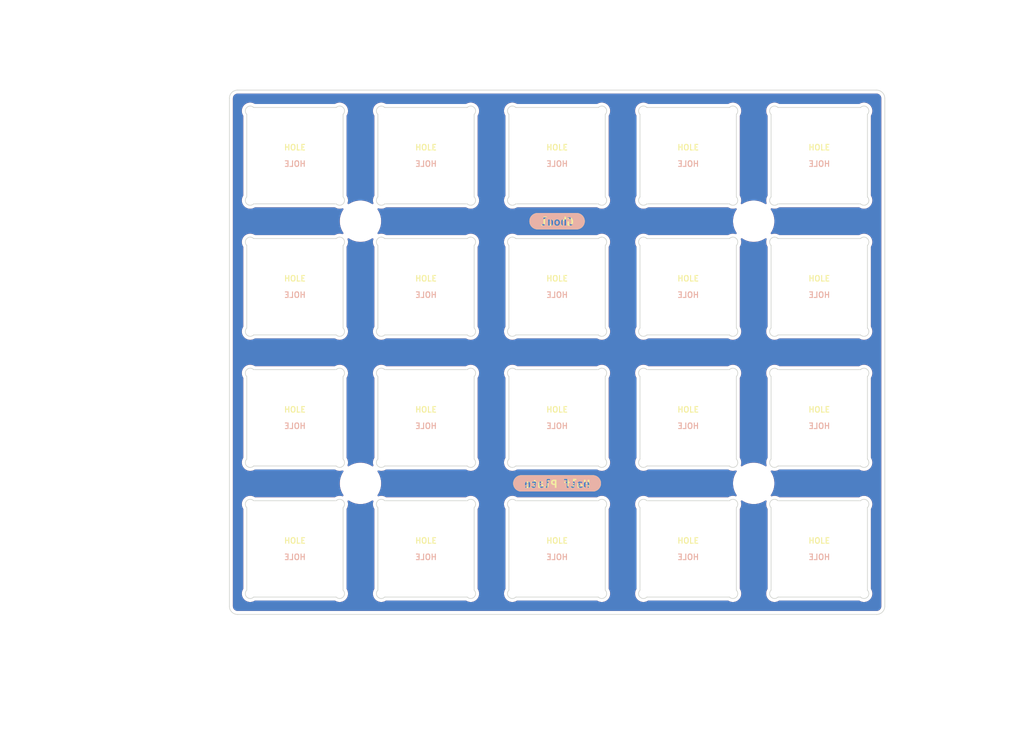
<source format=kicad_pcb>
(kicad_pcb (version 20211014) (generator pcbnew)
  (layers (0 "F.Cu" signal) (31 "B.Cu" signal) (34 "B.Paste" user) (35 "F.Paste" user) (36 "B.SilkS" user "B.Silkscreen") (37 "F.SilkS" user "F.Silkscreen") (38 "B.Mask" user) (39 "F.Mask" user) (44 "Edge.Cuts" user))
  (net 0 "")
  (footprint "Ghoul:Drill_5mm" (layer "F.Cu") (at 83.34375 52.3875)
    (fp_text reference "H21")
    (fp_text value "Screw")
    (pad "" np_thru_hole circle (at 0 0) (size 5 5) (drill 5) (layers F&B.Cu *.Mask))
  )
  (footprint "Ghoul:MX-1U-PlateCutout" (layer "F.Cu") (at 73.81875 100.0125)
    (fp_text reference "H16")
    (fp_text value "MX Switch")
    (fp_text user "HOLE" (at 0 1.19063) (layer "B.SilkS") (effects (font (size 0.8128 0.8128) (thickness 0.1524)) (justify mirror)))
    (fp_text user "HOLE" (at 0 -1.19063) (layer "F.SilkS") (effects (font (size 0.8128 0.8128) (thickness 0.1524))))
    (fp_line (start -6 -7) (end 6 -7) (layer "Edge.Cuts") (width 0.1))
    (fp_line (start 7 -6) (end 7 6) (layer "Edge.Cuts") (width 0.1))
    (fp_line (start 6 7) (end -6 7) (layer "Edge.Cuts") (width 0.1))
    (fp_line (start -7 6) (end -7 -6) (layer "Edge.Cuts") (width 0.1))
    (fp_arc (start 7 6) (mid 7 7) (end 6 7) (layer "Edge.Cuts") (width 0.1))
    (fp_arc (start -6 7) (mid -7 7) (end -7 6) (layer "Edge.Cuts") (width 0.1))
    (fp_arc (start -7 -6) (mid -7 -7) (end -6 -7) (layer "Edge.Cuts") (width 0.1))
    (fp_arc (start 6 -7) (mid 7 -7) (end 7 -6) (layer "Edge.Cuts") (width 0.1))
  )
  (footprint "kibuzzard-6236A85F" (layer "F.Cu") (at 111.918844 52.387544)
    (fp_text reference "kibuzzard-6236A85F" hide)
    (fp_text value "G***" hide)
    (fp_poly (pts (xy -2.3241 -1.186048) (xy -1.916906 -0.547449) (xy -1.81356 -0.557213) (xy -1.690688 -0.546735) (xy -1.59639 -0.522922) (xy -1.530668 -0.494348) (xy -1.491615 -0.471488) (xy -1.552575 -0.284798) (xy -1.655445 -0.332423) (xy -1.781175 -0.353378) (xy -1.922145 -0.322898) (xy -2.016443 -0.238125) (xy -2.069783 -0.108585) (xy -2.081927 -0.029289) (xy -2.085975 0.058103) (xy -2.078567 0.18669) (xy -2.056342 0.290513) (xy -2.0193 0.36957) (xy -1.936909 0.444579) (xy -1.823085 0.469583) (xy -1.777365 0.467678) (xy -1.731645 0.461963) (xy -1.731645 0.031433) (xy -1.49733 0.031433) (xy -1.30302 0.648653) (xy -1.30302 -0.633413) (xy -1.068705 -0.673418) (xy -1.068705 -0.239078) (xy -1.000125 -0.257175) (xy -0.92964 -0.265748) (xy -0.838676 -0.258366) (xy -0.763905 -0.23622) (xy -0.657225 -0.1524) (xy -0.600075 -0.02286) (xy -0.587216 0.056436) (xy -0.58293 0.143828) (xy -0.41529 0.199073) (xy -0.407432 0.098822) (xy -0.383858 0.00762) (xy -0.346234 -0.072866) (xy -0.296228 -0.14097) (xy -0.234553 -0.195739) (xy -0.161925 -0.23622) (xy -0.080486 -0.261223) (xy 0.00762 -0.269558) (xy 0.096917 -0.261223) (xy 0.178117 -0.23622) (xy 0.250031 -0.195739) (xy 0.311467 -0.14097) (xy 0.361235 -0.072866) (xy 0.398145 0.00762) (xy 0.421005 0.098822) (xy 0.428625 0.199073) (xy 0.421005 0.300752) (xy 0.398145 0.39243) (xy 0.361474 0.473154) (xy 0.31242 0.541973) (xy 0.251698 0.597694) (xy 0.180022 0.639128) (xy 0.77724 0.639128) (xy 0.665797 0.55245) (xy 0.6096 0.420053) (xy 0.59817 0.340043) (xy 0.59436 0.252412) (xy 0.59436 -0.246698) (xy 0.828675 -0.246698) (xy 0.828675 0.221933) (xy 0.836057 0.329803) (xy 0.858202 0.405765) (xy 0.973455 0.465773) (xy 1.080135 0.456248) (xy 1.080135 -0.246698) (xy 1.316355 -0.246698) (xy 1.316355 0.618173) (xy 1.244679 0.635318) (xy 1.159192 0.652463) (xy 1.921192 0.645557) (xy 1.82499 0.573405) (xy 1.769269 0.455057) (xy 1.750695 0.292418) (xy 1.750695 -0.467678) (xy 1.503045 -0.467678) (xy 1.503045 -0.661988) (xy 1.98501 -0.661988) (xy 1.98501 0.309563) (xy 2.021205 0.433388) (xy 2.112645 0.465773) (xy 2.230755 0.446723) (xy 2.29362 0.421958) (xy 2.3241 0.610553) (xy 2.298382 0.623888) (xy 2.245995 0.64389) (xy 2.166937 0.661988) (xy 2.06121 0.669608) (xy 1.921192 0.645557) (xy 1.159192 0.652463) (xy 1.062752 0.665321) (xy 0.958215 0.669608) (xy 0.857726 0.661988) (xy 0.77724 0.639128) (xy 0.180022 0.639128) (xy 0.098345 0.664845) (xy 0.00762 0.673418) (xy -0.083106 0.664845) (xy -0.164783 0.639128) (xy -0.236696 0.597694) (xy -0.298133 0.541973) (xy -0.347901 0.473154) (xy -0.38481 0.39243) (xy -0.40767 0.300752) (xy -0.41529 0.199073) (xy -0.58293 0.143828) (xy -0.58293 0.648653) (xy -0.817245 0.648653) (xy -0.817245 0.174308) (xy -0.824389 0.066199) (xy -0.84582 -0.006668) (xy -0.954405 -0.061913) (xy -1.018223 -0.054293) (xy -1.068705 -0.040958) (xy -1.068705 0.648653) (xy -1.30302 0.648653) (xy -1.49733 0.031433) (xy -1.49733 0.620078) (xy -1.627823 0.654368) (xy -1.725692 0.668655) (xy -1.842135 0.673418) (xy -1.947148 0.663654) (xy -2.041208 0.634365) (xy -2.123361 0.585788) (xy -2.192655 0.51816) (xy -2.248376 0.431483) (xy -2.28981 0.325755) (xy -2.315528 0.201216) (xy -2.3241 0.058103) (xy -2.314099 -0.083582) (xy -2.284095 -0.207645) (xy -2.236946 -0.313611) (xy -2.17551 -0.401003) (xy -2.100739 -0.469344) (xy -2.013585 -0.51816) (xy -1.916906 -0.547449) (xy -2.3241 -1.186048) (xy -2.83673 -1.186048) (xy -2.952983 -1.180337) (xy -3.068117 -1.163258) (xy -3.181022 -1.134977) (xy -3.290611 -1.095765) (xy -3.395829 -1.046001) (xy -3.495663 -0.986163) (xy -3.589151 -0.916827) (xy -3.675393 -0.838662) (xy -3.753557 -0.752421) (xy -3.822893 -0.658933) (xy -3.882731 -0.559099) (xy -3.932495 -0.453881) (xy -3.971707 -0.344291) (xy -3.999988 -0.231386) (xy -4.017067 -0.116253) (xy -4.022778 0) (xy -4.017067 0.116253) (xy -3.999988 0.231386) (xy -3.971707 0.344291) (xy -3.932495 0.453881) (xy -3.882731 0.559099) (xy -3.822893 0.658933) (xy -3.753557 0.752421) (xy -3.675393 0.838662) (xy -3.589151 0.916827) (xy -3.495663 0.986163) (xy -3.395829 1.046001) (xy -3.290611 1.095765) (xy -3.181022 1.134977) (xy -3.068117 1.163258) (xy -2.952983 1.180337) (xy -2.83673 1.186048) (xy -2.3241 1.186048) (xy 2.3241 1.186048) (xy 2.83673 1.186048) (xy 2.952983 1.180337) (xy 3.068116 1.163258) (xy 3.181022 1.134977) (xy 3.290611 1.095765) (xy 3.395829 1.046001) (xy 3.495663 0.986163) (xy 3.589151 0.916827) (xy 3.675392 0.838662) (xy 3.753557 0.752421) (xy 3.822893 0.658933) (xy 3.882731 0.559099) (xy 3.932495 0.453881) (xy 3.971707 0.344291) (xy 3.999988 0.231386) (xy 4.017067 0.116253) (xy 4.022778 0) (xy 4.017067 -0.116253) (xy 3.999988 -0.231386) (xy 3.971707 -0.344291) (xy 3.932495 -0.453881) (xy 3.882731 -0.559099) (xy 3.822893 -0.658933) (xy 3.753557 -0.752421) (xy 3.675392 -0.838662) (xy 3.589151 -0.916827) (xy 3.495663 -0.986163) (xy 3.395829 -1.046001) (xy 3.290611 -1.095765) (xy 3.181022 -1.134977) (xy 3.068116 -1.163258) (xy 2.952983 -1.180337) (xy 2.83673 -1.186048) (xy 2.3241 -1.186048) (xy -2.3241 -1.186048)) (layer "F.SilkS") (width 0) (fill solid))
    (fp_poly (pts (xy -0.177165 0.200978) (xy -0.16645 0.309563) (xy -0.134303 0.395288) (xy -0.078343 0.451009) (xy 0.00381 0.469583) (xy 0.084058 0.451009) (xy 0.141922 0.395288) (xy 0.176927 0.309563) (xy 0.188595 0.200978) (xy 0.177879 0.092631) (xy 0.145732 0.00762) (xy 0.089773 -0.047387) (xy 0.00762 -0.065723) (xy -0.072628 -0.047387) (xy -0.130493 0.00762) (xy -0.165497 0.092631) (xy -0.177165 0.200978)) (layer "F.SilkS") (width 0) (fill solid))
  )
  (footprint "Ghoul:MX-1U-PlateCutout" (layer "F.Cu") (at 73.81875 61.9125)
    (fp_text reference "H6")
    (fp_text value "MX Switch")
    (fp_text user "HOLE" (at 0 1.19063) (layer "B.SilkS") (effects (font (size 0.8128 0.8128) (thickness 0.1524)) (justify mirror)))
    (fp_text user "HOLE" (at 0 -1.19063) (layer "F.SilkS") (effects (font (size 0.8128 0.8128) (thickness 0.1524))))
    (fp_line (start 7 -6) (end 7 6) (layer "Edge.Cuts") (width 0.1))
    (fp_line (start -6 -7) (end 6 -7) (layer "Edge.Cuts") (width 0.1))
    (fp_line (start -7 6) (end -7 -6) (layer "Edge.Cuts") (width 0.1))
    (fp_line (start 6 7) (end -6 7) (layer "Edge.Cuts") (width 0.1))
    (fp_arc (start -6 7) (mid -7 7) (end -7 6) (layer "Edge.Cuts") (width 0.1))
    (fp_arc (start -7 -6) (mid -7 -7) (end -6 -7) (layer "Edge.Cuts") (width 0.1))
    (fp_arc (start 6 -7) (mid 7 -7) (end 7 -6) (layer "Edge.Cuts") (width 0.1))
    (fp_arc (start 7 6) (mid 7 7) (end 6 7) (layer "Edge.Cuts") (width 0.1))
  )
  (footprint "Ghoul:MX-1U-PlateCutout" (layer "F.Cu") (at 111.91875 100.0125)
    (fp_text reference "H18")
    (fp_text value "MX Switch")
    (fp_text user "HOLE" (at 0 1.19063) (layer "B.SilkS") (effects (font (size 0.8128 0.8128) (thickness 0.1524)) (justify mirror)))
    (fp_text user "HOLE" (at 0 -1.19063) (layer "F.SilkS") (effects (font (size 0.8128 0.8128) (thickness 0.1524))))
    (fp_line (start -7 6) (end -7 -6) (layer "Edge.Cuts") (width 0.1))
    (fp_line (start 7 -6) (end 7 6) (layer "Edge.Cuts") (width 0.1))
    (fp_line (start -6 -7) (end 6 -7) (layer "Edge.Cuts") (width 0.1))
    (fp_line (start 6 7) (end -6 7) (layer "Edge.Cuts") (width 0.1))
    (fp_arc (start -7 -6) (mid -7 -7) (end -6 -7) (layer "Edge.Cuts") (width 0.1))
    (fp_arc (start -6 7) (mid -7 7) (end -7 6) (layer "Edge.Cuts") (width 0.1))
    (fp_arc (start 7 6) (mid 7 7) (end 6 7) (layer "Edge.Cuts") (width 0.1))
    (fp_arc (start 6 -7) (mid 7 -7) (end 7 -6) (layer "Edge.Cuts") (width 0.1))
  )
  (footprint "Ghoul:MX-1U-PlateCutout" (layer "F.Cu") (at 111.91875 80.9625)
    (fp_text reference "H13")
    (fp_text value "MX Switch")
    (fp_text user "HOLE" (at 0 1.19063) (layer "B.SilkS") (effects (font (size 0.8128 0.8128) (thickness 0.1524)) (justify mirror)))
    (fp_text user "HOLE" (at 0 -1.19063) (layer "F.SilkS") (effects (font (size 0.8128 0.8128) (thickness 0.1524))))
    (fp_line (start 6 7) (end -6 7) (layer "Edge.Cuts") (width 0.1))
    (fp_line (start -6 -7) (end 6 -7) (layer "Edge.Cuts") (width 0.1))
    (fp_line (start 7 -6) (end 7 6) (layer "Edge.Cuts") (width 0.1))
    (fp_line (start -7 6) (end -7 -6) (layer "Edge.Cuts") (width 0.1))
    (fp_arc (start -7 -6) (mid -7 -7) (end -6 -7) (layer "Edge.Cuts") (width 0.1))
    (fp_arc (start 7 6) (mid 7 7) (end 6 7) (layer "Edge.Cuts") (width 0.1))
    (fp_arc (start -6 7) (mid -7 7) (end -7 6) (layer "Edge.Cuts") (width 0.1))
    (fp_arc (start 6 -7) (mid 7 -7) (end 7 -6) (layer "Edge.Cuts") (width 0.1))
  )
  (footprint "Ghoul:MX-1U-PlateCutout" (layer "F.Cu") (at 73.81875 80.9625)
    (fp_text reference "H11")
    (fp_text value "MX Switch")
    (fp_text user "HOLE" (at 0 1.19063) (layer "B.SilkS") (effects (font (size 0.8128 0.8128) (thickness 0.1524)) (justify mirror)))
    (fp_text user "HOLE" (at 0 -1.19063) (layer "F.SilkS") (effects (font (size 0.8128 0.8128) (thickness 0.1524))))
    (fp_line (start -6 -7) (end 6 -7) (layer "Edge.Cuts") (width 0.1))
    (fp_line (start 6 7) (end -6 7) (layer "Edge.Cuts") (width 0.1))
    (fp_line (start -7 6) (end -7 -6) (layer "Edge.Cuts") (width 0.1))
    (fp_line (start 7 -6) (end 7 6) (layer "Edge.Cuts") (width 0.1))
    (fp_arc (start -6 7) (mid -7 7) (end -7 6) (layer "Edge.Cuts") (width 0.1))
    (fp_arc (start 6 -7) (mid 7 -7) (end 7 -6) (layer "Edge.Cuts") (width 0.1))
    (fp_arc (start -7 -6) (mid -7 -7) (end -6 -7) (layer "Edge.Cuts") (width 0.1))
    (fp_arc (start 7 6) (mid 7 7) (end 6 7) (layer "Edge.Cuts") (width 0.1))
  )
  (footprint "Ghoul:MX-1U-PlateCutout" (layer "F.Cu") (at 130.96875 80.9625)
    (fp_text reference "H14")
    (fp_text value "MX Switch")
    (fp_text user "HOLE" (at 0 1.19063) (layer "B.SilkS") (effects (font (size 0.8128 0.8128) (thickness 0.1524)) (justify mirror)))
    (fp_text user "HOLE" (at 0 -1.19063) (layer "F.SilkS") (effects (font (size 0.8128 0.8128) (thickness 0.1524))))
    (fp_line (start 7 -6) (end 7 6) (layer "Edge.Cuts") (width 0.1))
    (fp_line (start -7 6) (end -7 -6) (layer "Edge.Cuts") (width 0.1))
    (fp_line (start 6 7) (end -6 7) (layer "Edge.Cuts") (width 0.1))
    (fp_line (start -6 -7) (end 6 -7) (layer "Edge.Cuts") (width 0.1))
    (fp_arc (start -6 7) (mid -7 7) (end -7 6) (layer "Edge.Cuts") (width 0.1))
    (fp_arc (start -7 -6) (mid -7 -7) (end -6 -7) (layer "Edge.Cuts") (width 0.1))
    (fp_arc (start 6 -7) (mid 7 -7) (end 7 -6) (layer "Edge.Cuts") (width 0.1))
    (fp_arc (start 7 6) (mid 7 7) (end 6 7) (layer "Edge.Cuts") (width 0.1))
  )
  (footprint "Ghoul:MX-1U-PlateCutout" (layer "F.Cu") (at 130.96875 42.8625)
    (fp_text reference "H4")
    (fp_text value "MX Switch")
    (fp_text user "HOLE" (at 0 1.19063) (layer "B.SilkS") (effects (font (size 0.8128 0.8128) (thickness 0.1524)) (justify mirror)))
    (fp_text user "HOLE" (at 0 -1.19063) (layer "F.SilkS") (effects (font (size 0.8128 0.8128) (thickness 0.1524))))
    (fp_line (start 6 7) (end -6 7) (layer "Edge.Cuts") (width 0.1))
    (fp_line (start 7 -6) (end 7 6) (layer "Edge.Cuts") (width 0.1))
    (fp_line (start -7 6) (end -7 -6) (layer "Edge.Cuts") (width 0.1))
    (fp_line (start -6 -7) (end 6 -7) (layer "Edge.Cuts") (width 0.1))
    (fp_arc (start 6 -7) (mid 7 -7) (end 7 -6) (layer "Edge.Cuts") (width 0.1))
    (fp_arc (start -6 7) (mid -7 7) (end -7 6) (layer "Edge.Cuts") (width 0.1))
    (fp_arc (start 7 6) (mid 7 7) (end 6 7) (layer "Edge.Cuts") (width 0.1))
    (fp_arc (start -7 -6) (mid -7 -7) (end -6 -7) (layer "Edge.Cuts") (width 0.1))
  )
  (footprint "Ghoul:MX-1U-PlateCutout" (layer "F.Cu") (at 73.81875 42.8625)
    (fp_text reference "H1")
    (fp_text value "MX Switch")
    (fp_text user "HOLE" (at 0 1.19063) (layer "B.SilkS") (effects (font (size 0.8128 0.8128) (thickness 0.1524)) (justify mirror)))
    (fp_text user "HOLE" (at 0 -1.19063) (layer "F.SilkS") (effects (font (size 0.8128 0.8128) (thickness 0.1524))))
    (fp_line (start 6 7) (end -6 7) (layer "Edge.Cuts") (width 0.1))
    (fp_line (start 7 -6) (end 7 6) (layer "Edge.Cuts") (width 0.1))
    (fp_line (start -6 -7) (end 6 -7) (layer "Edge.Cuts") (width 0.1))
    (fp_line (start -7 6) (end -7 -6) (layer "Edge.Cuts") (width 0.1))
    (fp_arc (start -6 7) (mid -7 7) (end -7 6) (layer "Edge.Cuts") (width 0.1))
    (fp_arc (start 7 6) (mid 7 7) (end 6 7) (layer "Edge.Cuts") (width 0.1))
    (fp_arc (start 6 -7) (mid 7 -7) (end 7 -6) (layer "Edge.Cuts") (width 0.1))
    (fp_arc (start -7 -6) (mid -7 -7) (end -6 -7) (layer "Edge.Cuts") (width 0.1))
  )
  (footprint "Ghoul:MX-1U-PlateCutout" (layer "F.Cu") (at 150.01875 80.9625)
    (fp_text reference "H15")
    (fp_text value "MX Switch")
    (fp_text user "HOLE" (at 0 1.19063) (layer "B.SilkS") (effects (font (size 0.8128 0.8128) (thickness 0.1524)) (justify mirror)))
    (fp_text user "HOLE" (at 0 -1.19063) (layer "F.SilkS") (effects (font (size 0.8128 0.8128) (thickness 0.1524))))
    (fp_line (start 7 -6) (end 7 6) (layer "Edge.Cuts") (width 0.1))
    (fp_line (start -7 6) (end -7 -6) (layer "Edge.Cuts") (width 0.1))
    (fp_line (start -6 -7) (end 6 -7) (layer "Edge.Cuts") (width 0.1))
    (fp_line (start 6 7) (end -6 7) (layer "Edge.Cuts") (width 0.1))
    (fp_arc (start -6 7) (mid -7 7) (end -7 6) (layer "Edge.Cuts") (width 0.1))
    (fp_arc (start 7 6) (mid 7 7) (end 6 7) (layer "Edge.Cuts") (width 0.1))
    (fp_arc (start 6 -7) (mid 7 -7) (end 7 -6) (layer "Edge.Cuts") (width 0.1))
    (fp_arc (start -7 -6) (mid -7 -7) (end -6 -7) (layer "Edge.Cuts") (width 0.1))
  )
  (footprint "Ghoul:MX-1U-PlateCutout" (layer "F.Cu") (at 92.86875 80.9625)
    (fp_text reference "H12")
    (fp_text value "MX Switch")
    (fp_text user "HOLE" (at 0 1.19063) (layer "B.SilkS") (effects (font (size 0.8128 0.8128) (thickness 0.1524)) (justify mirror)))
    (fp_text user "HOLE" (at 0 -1.19063) (layer "F.SilkS") (effects (font (size 0.8128 0.8128) (thickness 0.1524))))
    (fp_line (start 6 7) (end -6 7) (layer "Edge.Cuts") (width 0.1))
    (fp_line (start -6 -7) (end 6 -7) (layer "Edge.Cuts") (width 0.1))
    (fp_line (start 7 -6) (end 7 6) (layer "Edge.Cuts") (width 0.1))
    (fp_line (start -7 6) (end -7 -6) (layer "Edge.Cuts") (width 0.1))
    (fp_arc (start 6 -7) (mid 7 -7) (end 7 -6) (layer "Edge.Cuts") (width 0.1))
    (fp_arc (start -7 -6) (mid -7 -7) (end -6 -7) (layer "Edge.Cuts") (width 0.1))
    (fp_arc (start 7 6) (mid 7 7) (end 6 7) (layer "Edge.Cuts") (width 0.1))
    (fp_arc (start -6 7) (mid -7 7) (end -7 6) (layer "Edge.Cuts") (width 0.1))
  )
  (footprint "Ghoul:MX-1U-PlateCutout" (layer "F.Cu") (at 150.01875 61.9125)
    (fp_text reference "H10")
    (fp_text value "MX Switch")
    (fp_text user "HOLE" (at 0 1.19063) (layer "B.SilkS") (effects (font (size 0.8128 0.8128) (thickness 0.1524)) (justify mirror)))
    (fp_text user "HOLE" (at 0 -1.19063) (layer "F.SilkS") (effects (font (size 0.8128 0.8128) (thickness 0.1524))))
    (fp_line (start 7 -6) (end 7 6) (layer "Edge.Cuts") (width 0.1))
    (fp_line (start -6 -7) (end 6 -7) (layer "Edge.Cuts") (width 0.1))
    (fp_line (start 6 7) (end -6 7) (layer "Edge.Cuts") (width 0.1))
    (fp_line (start -7 6) (end -7 -6) (layer "Edge.Cuts") (width 0.1))
    (fp_arc (start -6 7) (mid -7 7) (end -7 6) (layer "Edge.Cuts") (width 0.1))
    (fp_arc (start 6 -7) (mid 7 -7) (end 7 -6) (layer "Edge.Cuts") (width 0.1))
    (fp_arc (start 7 6) (mid 7 7) (end 6 7) (layer "Edge.Cuts") (width 0.1))
    (fp_arc (start -7 -6) (mid -7 -7) (end -6 -7) (layer "Edge.Cuts") (width 0.1))
  )
  (footprint "Ghoul:Drill_5mm" (layer "F.Cu") (at 83.34375 90.4875)
    (fp_text reference "H23")
    (fp_text value "Screw")
    (pad "" np_thru_hole circle (at 0 0) (size 5 5) (drill 5) (layers F&B.Cu *.Mask))
  )
  (footprint "kibuzzard-6236A877" (layer "F.Cu") (at 111.918844 90.487576)
    (fp_text reference "kibuzzard-6236A877" hide)
    (fp_text value "G***" hide)
    (fp_poly (pts (xy -3.34137 0.481965) (xy -3.267075 0.481013) (xy -3.20421 0.47625) (xy -3.20421 0.27051) (xy -3.259455 0.263843) (xy -3.31851 0.260985) (xy -3.388995 0.265748) (xy -3.449003 0.28194) (xy -3.48996 0.314325) (xy -3.5052 0.36957) (xy -3.45948 0.456248) (xy -3.34137 0.481965)) (layer "F.SilkS") (width 0) (fill solid))
    (fp_poly (pts (xy 2.37363 0.481965) (xy 2.447925 0.481013) (xy 2.51079 0.47625) (xy 2.51079 0.27051) (xy 2.455545 0.263843) (xy 2.39649 0.260985) (xy 2.326005 0.265748) (xy 2.265997 0.28194) (xy 2.22504 0.314325) (xy 2.2098 0.36957) (xy 2.25552 0.456248) (xy 2.37363 0.481965)) (layer "F.SilkS") (width 0) (fill solid))
    (fp_poly (pts (xy 0.443865 -0.33909) (xy 0.385762 -0.338138) (xy 0.32766 -0.333375) (xy 0.32766 0.047625) (xy 0.42291 0.047625) (xy 0.521494 0.036433) (xy 0.592455 0.002858) (xy 0.635317 -0.057864) (xy 0.649605 -0.150495) (xy 0.635555 -0.238363) (xy 0.593407 -0.296228) (xy 0.527923 -0.328374) (xy 0.443865 -0.33909)) (layer "F.SilkS") (width 0) (fill solid))
    (fp_poly (pts (xy 4.459605 0.116205) (xy 4.45008 0.046673) (xy 4.4196 -0.013335) (xy 4.36626 -0.056198) (xy 4.28625 -0.07239) (xy 4.207192 -0.05715) (xy 4.151947 -0.01524) (xy 4.117657 0.04572) (xy 4.101465 0.116205) (xy 4.459605 0.116205)) (layer "F.SilkS") (width 0) (fill solid))
    (fp_poly (pts (xy -4.6863 -1.18319) (xy -3.90525 -0.52959) (xy -3.90525 0.649605) (xy -3.735705 0.375285) (xy -3.705225 0.24384) (xy -3.62331 0.158115) (xy -3.5052 0.111443) (xy -3.366135 0.097155) (xy -3.279934 0.100965) (xy -3.20421 0.112395) (xy -3.20421 0.08382) (xy -3.24612 -0.027623) (xy -3.30327 -0.061198) (xy -3.3909 -0.07239) (xy -3.519488 -0.062865) (xy -3.6195 -0.040005) (xy -3.651885 -0.2286) (xy -3.52806 -0.256223) (xy -3.446621 -0.265509) (xy -3.362325 -0.268605) (xy -3.261122 -0.262176) (xy -3.178493 -0.242888) (xy -3.061335 -0.170498) (xy -2.99847 -0.056198) (xy -2.97942 0.09525) (xy -2.97942 0.62865) (xy -2.380298 0.646509) (xy -2.4765 0.574358) (xy -2.532221 0.456009) (xy -2.550795 0.29337) (xy -2.550795 -0.466725) (xy -2.798445 -0.466725) (xy -2.798445 -0.661035) (xy -2.31648 -0.661035) (xy -2.31648 0.310515) (xy -2.280285 0.43434) (xy -2.188845 0.466725) (xy -2.070735 0.447675) (xy -2.00787 0.42291) (xy -1.97739 0.611505) (xy -2.003108 0.62484) (xy -2.055495 0.644843) (xy -1.64973 0.649605) (xy -1.64973 -0.051435) (xy -1.845945 -0.051435) (xy -1.845945 -0.245745) (xy -1.64973 -0.245745) (xy -1.64973 -0.29718) (xy -1.641872 -0.396478) (xy -1.618298 -0.477203) (xy -1.533525 -0.591503) (xy -1.411605 -0.652463) (xy -1.270635 -0.67056) (xy -1.118235 -0.657225) (xy -0.977265 -0.61341) (xy 0.417195 -0.542925) (xy 0.555837 -0.532659) (xy 0.672042 -0.501862) (xy 0.76581 -0.450533) (xy 0.834602 -0.37592) (xy 0.875877 -0.275273) (xy 0.889635 -0.14859) (xy 0.875771 -0.020638) (xy 0.834178 0.08128) (xy 0.764857 0.157163) (xy 0.670137 0.20955) (xy 0.552344 0.240983) (xy 0.41148 0.25146) (xy 0.32766 0.25146) (xy 1.3335 0.574358) (xy 1.277779 0.456009) (xy 1.259205 0.29337) (xy 1.259205 -0.466725) (xy 1.011555 -0.466725) (xy 1.011555 -0.661035) (xy 1.49352 -0.661035) (xy 1.49352 0.310515) (xy 1.529715 0.43434) (xy 1.621155 0.466725) (xy 1.739265 0.447675) (xy 1.80213 0.42291) (xy 1.83261 0.611505) (xy 1.806892 0.62484) (xy 1.754505 0.644843) (xy 1.675447 0.66294) (xy 1.56972 0.67056) (xy 1.429702 0.646509) (xy 1.3335 0.574358) (xy 0.32766 0.25146) (xy 0.32766 0.649605) (xy 0.093345 0.649605) (xy 0.093345 -0.51435) (xy 0.170497 -0.527685) (xy 0.257175 -0.536258) (xy 0.3429 -0.54102) (xy 0.417195 -0.542925) (xy -0.977265 -0.61341) (xy -1.01727 -0.42291) (xy -1.126808 -0.454343) (xy -1.251585 -0.470535) (xy -1.313498 -0.46482) (xy -1.364933 -0.440055) (xy -1.400175 -0.385763) (xy -1.41351 -0.29337) (xy -1.41351 -0.245745) (xy -1.045845 -0.245745) (xy -1.045845 -0.051435) (xy -1.41351 -0.051435) (xy -1.41351 0.649605) (xy -1.64973 0.649605) (xy -2.055495 0.644843) (xy -2.134553 0.66294) (xy -2.24028 0.67056) (xy -2.380298 0.646509) (xy -2.97942 0.62865) (xy -3.13182 0.65532) (xy -3.238976 0.66675) (xy -3.358515 0.67056) (xy -3.513773 0.65532) (xy -3.632835 0.604838) (xy -3.709035 0.513397) (xy -3.735705 0.375285) (xy -3.90525 0.649605) (xy -4.139565 0.649605) (xy -4.139565 0.12954) (xy -4.451985 0.12954) (xy -4.451985 0.649605) (xy -4.6863 0.649605) (xy -4.6863 -0.52959) (xy -4.451985 -0.52959) (xy -4.451985 -0.06477) (xy -4.139565 -0.06477) (xy -4.139565 -0.52959) (xy -3.90525 -0.52959) (xy -4.6863 -1.18319) (xy -5.19893 -1.18319) (xy -5.314903 -1.177493) (xy -5.429759 -1.160455) (xy -5.542392 -1.132242) (xy -5.651718 -1.093125) (xy -5.756682 -1.043481) (xy -5.856275 -0.983787) (xy -5.949538 -0.914618) (xy -6.035572 -0.836642) (xy -6.113549 -0.750608) (xy -6.182717 -0.657345) (xy -6.242411 -0.557752) (xy -6.292055 -0.452787) (xy -6.331173 -0.343462) (xy -6.359386 -0.230829) (xy -6.376423 -0.115973) (xy -6.38212 0) (xy -6.376423 0.115973) (xy -6.359386 0.230829) (xy -6.331173 0.343462) (xy -6.292055 0.452787) (xy -6.242411 0.557752) (xy -6.182717 0.657345) (xy -6.113549 0.750608) (xy -6.035572 0.836642) (xy -5.949538 0.914618) (xy -5.856275 0.983787) (xy -5.756682 1.043481) (xy -5.651718 1.093125) (xy -5.542392 1.132242) (xy -5.429759 1.160455) (xy -5.314903 1.177493) (xy -5.19893 1.18319) (xy -4.6863 1.18319) (xy 4.6863 1.18319) (xy 3.71475 0.4191) (xy 3.747135 0.62103) (xy 3.607117 0.65913) (xy 3.461385 0.67056) (xy 3.316605 0.657225) (xy 3.209925 0.60579) (xy 3.14325 0.498158) (xy 3.126105 0.417909) (xy 3.12039 0.31623) (xy 3.12039 -0.051435) (xy 2.916555 -0.051435) (xy 2.916555 -0.245745) (xy 3.12039 -0.245745) (xy 3.12039 -0.470535) (xy 3.354705 -0.508635) (xy 3.354705 -0.245745) (xy 3.72999 -0.245745) (xy 3.72999 -0.051435) (xy 3.354705 -0.051435) (xy 3.354705 0.310515) (xy 3.36423 0.390525) (xy 3.3909 0.43815) (xy 3.43281 0.46101) (xy 3.488055 0.466725) (xy 3.548062 0.46482) (xy 3.601402 0.458153) (xy 3.654742 0.443865) (xy 3.71475 0.4191) (xy 4.6863 1.18319) (xy 5.19893 1.18319) (xy 4.505325 0.656273) (xy 4.35102 0.67056) (xy 4.242673 0.663178) (xy 4.146232 0.641033) (xy 4.062412 0.604361) (xy 3.991927 0.553403) (xy 3.935492 0.488394) (xy 3.89382 0.409575) (xy 3.868102 0.316706) (xy 3.85953 0.20955) (xy 3.868579 0.098584) (xy 3.895725 0.001905) (xy 3.937635 -0.080248) (xy 3.990975 -0.147638) (xy 4.054316 -0.200263) (xy 4.12623 -0.238125) (xy 4.203382 -0.260985) (xy 4.28244 -0.268605) (xy 4.403937 -0.255588) (xy 4.504267 -0.216535) (xy 4.58343 -0.151448) (xy 4.64058 -0.061383) (xy 4.67487 0.052599) (xy 4.6863 0.1905) (xy 4.685347 0.238125) (xy 4.68249 0.27813) (xy 4.101465 0.27813) (xy 4.119562 0.356473) (xy 4.173855 0.416243) (xy 4.256722 0.454104) (xy 4.360545 0.466725) (xy 4.494847 0.451485) (xy 4.60248 0.421005) (xy 4.634865 0.62103) (xy 4.505325 0.656273) (xy 5.19893 1.18319) (xy 5.314903 1.177493) (xy 5.429759 1.160456) (xy 5.542392 1.132242) (xy 5.651717 1.093125) (xy 5.756682 1.043481) (xy 5.856275 0.983787) (xy 5.949538 0.914618) (xy 6.035572 0.836642) (xy 6.113548 0.750608) (xy 6.182717 0.657345) (xy 6.242411 0.557752) (xy 6.292055 0.452787) (xy 6.331172 0.343462) (xy 6.359386 0.230829) (xy 6.376423 0.115973) (xy 6.38212 0) (xy 6.376423 -0.115973) (xy 6.359386 -0.230829) (xy 6.331172 -0.343462) (xy 6.292055 -0.452787) (xy 6.242411 -0.557752) (xy 6.182717 -0.657345) (xy 6.113548 -0.750608) (xy 6.035572 -0.836642) (xy 5.949538 -0.914618) (xy 5.856275 -0.983787) (xy 5.756682 -1.043481) (xy 5.651717 -1.093125) (xy 5.542392 -1.132242) (xy 2.352675 -0.268605) (xy 2.453878 -0.262176) (xy 2.536507 -0.242888) (xy 2.653665 -0.170498) (xy 2.71653 -0.056198) (xy 2.73558 0.09525) (xy 2.73558 0.62865) (xy 2.58318 0.65532) (xy 2.476024 0.66675) (xy 2.356485 0.67056) (xy 2.201227 0.65532) (xy 2.082165 0.604838) (xy 2.005965 0.513397) (xy 1.979295 0.375285) (xy 2.009775 0.24384) (xy 2.09169 0.158115) (xy 2.2098 0.111443) (xy 2.348865 0.097155) (xy 2.435066 0.100965) (xy 2.51079 0.112395) (xy 2.51079 0.08382) (xy 2.46888 -0.027623) (xy 2.41173 -0.061198) (xy 2.3241 -0.07239) (xy 2.195512 -0.062865) (xy 2.0955 -0.040005) (xy 2.063115 -0.2286) (xy 2.18694 -0.256223) (xy 2.268379 -0.265509) (xy 2.352675 -0.268605) (xy 5.542392 -1.132242) (xy 5.429759 -1.160456) (xy 5.314903 -1.177493) (xy 5.19893 -1.18319) (xy 4.6863 -1.18319) (xy -4.6863 -1.18319)) (layer "F.SilkS") (width 0) (fill solid))
  )
  (footprint "Ghoul:MX-1U-PlateCutout" (layer "F.Cu") (at 150.01875 100.0125)
    (fp_text reference "H20")
    (fp_text value "MX Switch")
    (fp_text user "HOLE" (at 0 1.19063) (layer "B.SilkS") (effects (font (size 0.8128 0.8128) (thickness 0.1524)) (justify mirror)))
    (fp_text user "HOLE" (at 0 -1.19063) (layer "F.SilkS") (effects (font (size 0.8128 0.8128) (thickness 0.1524))))
    (fp_line (start -6 -7) (end 6 -7) (layer "Edge.Cuts") (width 0.1))
    (fp_line (start 6 7) (end -6 7) (layer "Edge.Cuts") (width 0.1))
    (fp_line (start -7 6) (end -7 -6) (layer "Edge.Cuts") (width 0.1))
    (fp_line (start 7 -6) (end 7 6) (layer "Edge.Cuts") (width 0.1))
    (fp_arc (start 7 6) (mid 7 7) (end 6 7) (layer "Edge.Cuts") (width 0.1))
    (fp_arc (start -6 7) (mid -7 7) (end -7 6) (layer "Edge.Cuts") (width 0.1))
    (fp_arc (start 6 -7) (mid 7 -7) (end 7 -6) (layer "Edge.Cuts") (width 0.1))
    (fp_arc (start -7 -6) (mid -7 -7) (end -6 -7) (layer "Edge.Cuts") (width 0.1))
  )
  (footprint "Ghoul:MX-1U-PlateCutout" (layer "F.Cu") (at 92.86875 100.0125)
    (fp_text reference "H17")
    (fp_text value "MX Switch")
    (fp_text user "HOLE" (at 0 1.19063) (layer "B.SilkS") (effects (font (size 0.8128 0.8128) (thickness 0.1524)) (justify mirror)))
    (fp_text user "HOLE" (at 0 -1.19063) (layer "F.SilkS") (effects (font (size 0.8128 0.8128) (thickness 0.1524))))
    (fp_line (start 7 -6) (end 7 6) (layer "Edge.Cuts") (width 0.1))
    (fp_line (start -7 6) (end -7 -6) (layer "Edge.Cuts") (width 0.1))
    (fp_line (start 6 7) (end -6 7) (layer "Edge.Cuts") (width 0.1))
    (fp_line (start -6 -7) (end 6 -7) (layer "Edge.Cuts") (width 0.1))
    (fp_arc (start -6 7) (mid -7 7) (end -7 6) (layer "Edge.Cuts") (width 0.1))
    (fp_arc (start -7 -6) (mid -7 -7) (end -6 -7) (layer "Edge.Cuts") (width 0.1))
    (fp_arc (start 7 6) (mid 7 7) (end 6 7) (layer "Edge.Cuts") (width 0.1))
    (fp_arc (start 6 -7) (mid 7 -7) (end 7 -6) (layer "Edge.Cuts") (width 0.1))
  )
  (footprint "Ghoul:MX-1U-PlateCutout" (layer "F.Cu") (at 92.86875 61.9125)
    (fp_text reference "H7")
    (fp_text value "MX Switch")
    (fp_text user "HOLE" (at 0 1.19063) (layer "B.SilkS") (effects (font (size 0.8128 0.8128) (thickness 0.1524)) (justify mirror)))
    (fp_text user "HOLE" (at 0 -1.19063) (layer "F.SilkS") (effects (font (size 0.8128 0.8128) (thickness 0.1524))))
    (fp_line (start 7 -6) (end 7 6) (layer "Edge.Cuts") (width 0.1))
    (fp_line (start -6 -7) (end 6 -7) (layer "Edge.Cuts") (width 0.1))
    (fp_line (start 6 7) (end -6 7) (layer "Edge.Cuts") (width 0.1))
    (fp_line (start -7 6) (end -7 -6) (layer "Edge.Cuts") (width 0.1))
    (fp_arc (start 7 6) (mid 7 7) (end 6 7) (layer "Edge.Cuts") (width 0.1))
    (fp_arc (start 6 -7) (mid 7 -7) (end 7 -6) (layer "Edge.Cuts") (width 0.1))
    (fp_arc (start -7 -6) (mid -7 -7) (end -6 -7) (layer "Edge.Cuts") (width 0.1))
    (fp_arc (start -6 7) (mid -7 7) (end -7 6) (layer "Edge.Cuts") (width 0.1))
  )
  (footprint "Ghoul:MX-1U-PlateCutout" (layer "F.Cu") (at 111.91875 42.8625)
    (fp_text reference "H3")
    (fp_text value "MX Switch")
    (fp_text user "HOLE" (at 0 1.19063) (layer "B.SilkS") (effects (font (size 0.8128 0.8128) (thickness 0.1524)) (justify mirror)))
    (fp_text user "HOLE" (at 0 -1.19063) (layer "F.SilkS") (effects (font (size 0.8128 0.8128) (thickness 0.1524))))
    (fp_line (start 6 7) (end -6 7) (layer "Edge.Cuts") (width 0.1))
    (fp_line (start 7 -6) (end 7 6) (layer "Edge.Cuts") (width 0.1))
    (fp_line (start -7 6) (end -7 -6) (layer "Edge.Cuts") (width 0.1))
    (fp_line (start -6 -7) (end 6 -7) (layer "Edge.Cuts") (width 0.1))
    (fp_arc (start 6 -7) (mid 7 -7) (end 7 -6) (layer "Edge.Cuts") (width 0.1))
    (fp_arc (start 7 6) (mid 7 7) (end 6 7) (layer "Edge.Cuts") (width 0.1))
    (fp_arc (start -6 7) (mid -7 7) (end -7 6) (layer "Edge.Cuts") (width 0.1))
    (fp_arc (start -7 -6) (mid -7 -7) (end -6 -7) (layer "Edge.Cuts") (width 0.1))
  )
  (footprint "Ghoul:MX-1U-PlateCutout" (layer "F.Cu") (at 150.01875 42.8625)
    (fp_text reference "H5")
    (fp_text value "MX Switch")
    (fp_text user "HOLE" (at 0 1.19063) (layer "B.SilkS") (effects (font (size 0.8128 0.8128) (thickness 0.1524)) (justify mirror)))
    (fp_text user "HOLE" (at 0 -1.19063) (layer "F.SilkS") (effects (font (size 0.8128 0.8128) (thickness 0.1524))))
    (fp_line (start 6 7) (end -6 7) (layer "Edge.Cuts") (width 0.1))
    (fp_line (start -7 6) (end -7 -6) (layer "Edge.Cuts") (width 0.1))
    (fp_line (start -6 -7) (end 6 -7) (layer "Edge.Cuts") (width 0.1))
    (fp_line (start 7 -6) (end 7 6) (layer "Edge.Cuts") (width 0.1))
    (fp_arc (start -6 7) (mid -7 7) (end -7 6) (layer "Edge.Cuts") (width 0.1))
    (fp_arc (start 7 6) (mid 7 7) (end 6 7) (layer "Edge.Cuts") (width 0.1))
    (fp_arc (start -7 -6) (mid -7 -7) (end -6 -7) (layer "Edge.Cuts") (width 0.1))
    (fp_arc (start 6 -7) (mid 7 -7) (end 7 -6) (layer "Edge.Cuts") (width 0.1))
  )
  (footprint "Ghoul:MX-1U-PlateCutout" (layer "F.Cu") (at 130.96875 61.9125)
    (fp_text reference "H9")
    (fp_text value "MX Switch")
    (fp_text user "HOLE" (at 0 1.19063) (layer "B.SilkS") (effects (font (size 0.8128 0.8128) (thickness 0.1524)) (justify mirror)))
    (fp_text user "HOLE" (at 0 -1.19063) (layer "F.SilkS") (effects (font (size 0.8128 0.8128) (thickness 0.1524))))
    (fp_line (start 6 7) (end -6 7) (layer "Edge.Cuts") (width 0.1))
    (fp_line (start 7 -6) (end 7 6) (layer "Edge.Cuts") (width 0.1))
    (fp_line (start -7 6) (end -7 -6) (layer "Edge.Cuts") (width 0.1))
    (fp_line (start -6 -7) (end 6 -7) (layer "Edge.Cuts") (width 0.1))
    (fp_arc (start -6 7) (mid -7 7) (end -7 6) (layer "Edge.Cuts") (width 0.1))
    (fp_arc (start -7 -6) (mid -7 -7) (end -6 -7) (layer "Edge.Cuts") (width 0.1))
    (fp_arc (start 6 -7) (mid 7 -7) (end 7 -6) (layer "Edge.Cuts") (width 0.1))
    (fp_arc (start 7 6) (mid 7 7) (end 6 7) (layer "Edge.Cuts") (width 0.1))
  )
  (footprint "Ghoul:MX-1U-PlateCutout" (layer "F.Cu") (at 111.91875 61.9125)
    (fp_text reference "H8")
    (fp_text value "MX Switch")
    (fp_text user "HOLE" (at 0 1.19063) (layer "B.SilkS") (effects (font (size 0.8128 0.8128) (thickness 0.1524)) (justify mirror)))
    (fp_text user "HOLE" (at 0 -1.19063) (layer "F.SilkS") (effects (font (size 0.8128 0.8128) (thickness 0.1524))))
    (fp_line (start 6 7) (end -6 7) (layer "Edge.Cuts") (width 0.1))
    (fp_line (start -7 6) (end -7 -6) (layer "Edge.Cuts") (width 0.1))
    (fp_line (start -6 -7) (end 6 -7) (layer "Edge.Cuts") (width 0.1))
    (fp_line (start 7 -6) (end 7 6) (layer "Edge.Cuts") (width 0.1))
    (fp_arc (start -6 7) (mid -7 7) (end -7 6) (layer "Edge.Cuts") (width 0.1))
    (fp_arc (start -7 -6) (mid -7 -7) (end -6 -7) (layer "Edge.Cuts") (width 0.1))
    (fp_arc (start 7 6) (mid 7 7) (end 6 7) (layer "Edge.Cuts") (width 0.1))
    (fp_arc (start 6 -7) (mid 7 -7) (end 7 -6) (layer "Edge.Cuts") (width 0.1))
  )
  (footprint "Ghoul:MX-1U-PlateCutout" (layer "F.Cu") (at 92.86875 42.8625)
    (fp_text reference "H2")
    (fp_text value "MX Switch")
    (fp_text user "HOLE" (at 0 1.19063) (layer "B.SilkS") (effects (font (size 0.8128 0.8128) (thickness 0.1524)) (justify mirror)))
    (fp_text user "HOLE" (at 0 -1.19063) (layer "F.SilkS") (effects (font (size 0.8128 0.8128) (thickness 0.1524))))
    (fp_line (start 6 7) (end -6 7) (layer "Edge.Cuts") (width 0.1))
    (fp_line (start 7 -6) (end 7 6) (layer "Edge.Cuts") (width 0.1))
    (fp_line (start -6 -7) (end 6 -7) (layer "Edge.Cuts") (width 0.1))
    (fp_line (start -7 6) (end -7 -6) (layer "Edge.Cuts") (width 0.1))
    (fp_arc (start 7 6) (mid 7 7) (end 6 7) (layer "Edge.Cuts") (width 0.1))
    (fp_arc (start -7 -6) (mid -7 -7) (end -6 -7) (layer "Edge.Cuts") (width 0.1))
    (fp_arc (start 6 -7) (mid 7 -7) (end 7 -6) (layer "Edge.Cuts") (width 0.1))
    (fp_arc (start -6 7) (mid -7 7) (end -7 6) (layer "Edge.Cuts") (width 0.1))
  )
  (footprint "Ghoul:Drill_5mm" (layer "F.Cu") (at 140.49375 52.3875)
    (fp_text reference "H22")
    (fp_text value "Screw")
    (pad "" np_thru_hole circle (at 0 0) (size 5 5) (drill 5) (layers F&B.Cu *.Mask))
  )
  (footprint "Ghoul:MX-1U-PlateCutout" (layer "F.Cu") (at 130.96875 100.0125)
    (fp_text reference "H19")
    (fp_text value "MX Switch")
    (fp_text user "HOLE" (at 0 1.19063) (layer "B.SilkS") (effects (font (size 0.8128 0.8128) (thickness 0.1524)) (justify mirror)))
    (fp_text user "HOLE" (at 0 -1.19063) (layer "F.SilkS") (effects (font (size 0.8128 0.8128) (thickness 0.1524))))
    (fp_line (start 7 -6) (end 7 6) (layer "Edge.Cuts") (width 0.1))
    (fp_line (start -6 -7) (end 6 -7) (layer "Edge.Cuts") (width 0.1))
    (fp_line (start -7 6) (end -7 -6) (layer "Edge.Cuts") (width 0.1))
    (fp_line (start 6 7) (end -6 7) (layer "Edge.Cuts") (width 0.1))
    (fp_arc (start 7 6) (mid 7 7) (end 6 7) (layer "Edge.Cuts") (width 0.1))
    (fp_arc (start -6 7) (mid -7 7) (end -7 6) (layer "Edge.Cuts") (width 0.1))
    (fp_arc (start -7 -6) (mid -7 -7) (end -6 -7) (layer "Edge.Cuts") (width 0.1))
    (fp_arc (start 6 -7) (mid 7 -7) (end 7 -6) (layer "Edge.Cuts") (width 0.1))
  )
  (footprint "Ghoul:Drill_5mm" (layer "F.Cu") (at 140.49375 90.4875)
    (fp_text reference "H24")
    (fp_text value "Screw")
    (pad "" np_thru_hole circle (at 0 0) (size 5 5) (drill 5) (layers F&B.Cu *.Mask))
  )
  (footprint "kibuzzard-6236A85F" (layer "B.Cu") (at 111.918844 52.387544 180)
    (fp_text reference "kibuzzard-6236A85F" hide)
    (fp_text value "G***" hide)
    (fp_poly (pts (xy -2.3241 1.186048) (xy -1.916906 0.547449) (xy -1.81356 0.557213) (xy -1.690688 0.546735) (xy -1.59639 0.522922) (xy -1.530668 0.494348) (xy -1.491615 0.471488) (xy -1.552575 0.284798) (xy -1.655445 0.332423) (xy -1.781175 0.353378) (xy -1.922145 0.322898) (xy -2.016443 0.238125) (xy -2.069783 0.108585) (xy -2.081927 0.029289) (xy -2.085975 -0.058103) (xy -2.078567 -0.18669) (xy -2.056342 -0.290513) (xy -2.0193 -0.36957) (xy -1.936909 -0.444579) (xy -1.823085 -0.469583) (xy -1.777365 -0.467678) (xy -1.731645 -0.461963) (xy -1.731645 -0.031433) (xy -1.49733 -0.031433) (xy -1.30302 -0.648653) (xy -1.30302 0.633413) (xy -1.068705 0.673418) (xy -1.068705 0.239078) (xy -1.000125 0.257175) (xy -0.92964 0.265748) (xy -0.838676 0.258366) (xy -0.763905 0.23622) (xy -0.657225 0.1524) (xy -0.600075 0.02286) (xy -0.587216 -0.056436) (xy -0.58293 -0.143828) (xy -0.41529 -0.199073) (xy -0.407432 -0.098822) (xy -0.383858 -0.00762) (xy -0.346234 0.072866) (xy -0.296228 0.14097) (xy -0.234553 0.195739) (xy -0.161925 0.23622) (xy -0.080486 0.261223) (xy 0.00762 0.269558) (xy 0.096917 0.261223) (xy 0.178117 0.23622) (xy 0.250031 0.195739) (xy 0.311467 0.14097) (xy 0.361235 0.072866) (xy 0.398145 -0.00762) (xy 0.421005 -0.098822) (xy 0.428625 -0.199073) (xy 0.421005 -0.300752) (xy 0.398145 -0.39243) (xy 0.361474 -0.473154) (xy 0.31242 -0.541973) (xy 0.251698 -0.597694) (xy 0.180022 -0.639128) (xy 0.77724 -0.639128) (xy 0.665797 -0.55245) (xy 0.6096 -0.420053) (xy 0.59817 -0.340043) (xy 0.59436 -0.252412) (xy 0.59436 0.246698) (xy 0.828675 0.246698) (xy 0.828675 -0.221933) (xy 0.836057 -0.329803) (xy 0.858202 -0.405765) (xy 0.973455 -0.465773) (xy 1.080135 -0.456248) (xy 1.080135 0.246698) (xy 1.316355 0.246698) (xy 1.316355 -0.618173) (xy 1.244679 -0.635318) (xy 1.159192 -0.652463) (xy 1.921192 -0.645557) (xy 1.82499 -0.573405) (xy 1.769269 -0.455057) (xy 1.750695 -0.292418) (xy 1.750695 0.467678) (xy 1.503045 0.467678) (xy 1.503045 0.661988) (xy 1.98501 0.661988) (xy 1.98501 -0.309563) (xy 2.021205 -0.433388) (xy 2.112645 -0.465773) (xy 2.230755 -0.446723) (xy 2.29362 -0.421958) (xy 2.3241 -0.610553) (xy 2.298382 -0.623888) (xy 2.245995 -0.64389) (xy 2.166937 -0.661988) (xy 2.06121 -0.669608) (xy 1.921192 -0.645557) (xy 1.159192 -0.652463) (xy 1.062752 -0.665321) (xy 0.958215 -0.669608) (xy 0.857726 -0.661988) (xy 0.77724 -0.639128) (xy 0.180022 -0.639128) (xy 0.098345 -0.664845) (xy 0.00762 -0.673418) (xy -0.083106 -0.664845) (xy -0.164783 -0.639128) (xy -0.236696 -0.597694) (xy -0.298133 -0.541973) (xy -0.347901 -0.473154) (xy -0.38481 -0.39243) (xy -0.40767 -0.300752) (xy -0.41529 -0.199073) (xy -0.58293 -0.143828) (xy -0.58293 -0.648653) (xy -0.817245 -0.648653) (xy -0.817245 -0.174308) (xy -0.824389 -0.066199) (xy -0.84582 0.006668) (xy -0.954405 0.061913) (xy -1.018223 0.054293) (xy -1.068705 0.040958) (xy -1.068705 -0.648653) (xy -1.30302 -0.648653) (xy -1.49733 -0.031433) (xy -1.49733 -0.620078) (xy -1.627823 -0.654368) (xy -1.725692 -0.668655) (xy -1.842135 -0.673418) (xy -1.947148 -0.663654) (xy -2.041208 -0.634365) (xy -2.123361 -0.585788) (xy -2.192655 -0.51816) (xy -2.248376 -0.431483) (xy -2.28981 -0.325755) (xy -2.315528 -0.201216) (xy -2.3241 -0.058103) (xy -2.314099 0.083582) (xy -2.284095 0.207645) (xy -2.236946 0.313611) (xy -2.17551 0.401003) (xy -2.100739 0.469344) (xy -2.013585 0.51816) (xy -1.916906 0.547449) (xy -2.3241 1.186048) (xy -2.83673 1.186048) (xy -2.952983 1.180337) (xy -3.068117 1.163258) (xy -3.181022 1.134977) (xy -3.290611 1.095765) (xy -3.395829 1.046001) (xy -3.495663 0.986163) (xy -3.589151 0.916827) (xy -3.675393 0.838662) (xy -3.753557 0.752421) (xy -3.822893 0.658933) (xy -3.882731 0.559099) (xy -3.932495 0.453881) (xy -3.971707 0.344291) (xy -3.999988 0.231386) (xy -4.017067 0.116253) (xy -4.022778 0) (xy -4.017067 -0.116253) (xy -3.999988 -0.231386) (xy -3.971707 -0.344291) (xy -3.932495 -0.453881) (xy -3.882731 -0.559099) (xy -3.822893 -0.658933) (xy -3.753557 -0.752421) (xy -3.675393 -0.838662) (xy -3.589151 -0.916827) (xy -3.495663 -0.986163) (xy -3.395829 -1.046001) (xy -3.290611 -1.095765) (xy -3.181022 -1.134977) (xy -3.068117 -1.163258) (xy -2.952983 -1.180337) (xy -2.83673 -1.186048) (xy -2.3241 -1.186048) (xy 2.3241 -1.186048) (xy 2.83673 -1.186048) (xy 2.952983 -1.180337) (xy 3.068116 -1.163258) (xy 3.181022 -1.134977) (xy 3.290611 -1.095765) (xy 3.395829 -1.046001) (xy 3.495663 -0.986163) (xy 3.589151 -0.916827) (xy 3.675392 -0.838662) (xy 3.753557 -0.752421) (xy 3.822893 -0.658933) (xy 3.882731 -0.559099) (xy 3.932495 -0.453881) (xy 3.971707 -0.344291) (xy 3.999988 -0.231386) (xy 4.017067 -0.116253) (xy 4.022778 0) (xy 4.017067 0.116253) (xy 3.999988 0.231386) (xy 3.971707 0.344291) (xy 3.932495 0.453881) (xy 3.882731 0.559099) (xy 3.822893 0.658933) (xy 3.753557 0.752421) (xy 3.675392 0.838662) (xy 3.589151 0.916827) (xy 3.495663 0.986163) (xy 3.395829 1.046001) (xy 3.290611 1.095765) (xy 3.181022 1.134977) (xy 3.068116 1.163258) (xy 2.952983 1.180337) (xy 2.83673 1.186048) (xy 2.3241 1.186048) (xy -2.3241 1.186048)) (layer "B.SilkS") (width 0) (fill solid))
    (fp_poly (pts (xy -0.177165 -0.200978) (xy -0.16645 -0.309563) (xy -0.134303 -0.395288) (xy -0.078343 -0.451009) (xy 0.00381 -0.469583) (xy 0.084058 -0.451009) (xy 0.141922 -0.395288) (xy 0.176927 -0.309563) (xy 0.188595 -0.200978) (xy 0.177879 -0.092631) (xy 0.145732 -0.00762) (xy 0.089773 0.047387) (xy 0.00762 0.065723) (xy -0.072628 0.047387) (xy -0.130493 -0.00762) (xy -0.165497 -0.092631) (xy -0.177165 -0.200978)) (layer "B.SilkS") (width 0) (fill solid))
  )
  (footprint "kibuzzard-6236A877" (layer "B.Cu") (at 111.918844 90.487576 180)
    (fp_text reference "kibuzzard-6236A877" hide)
    (fp_text value "G***" hide)
    (fp_poly (pts (xy -3.34137 -0.481965) (xy -3.267075 -0.481013) (xy -3.20421 -0.47625) (xy -3.20421 -0.27051) (xy -3.259455 -0.263843) (xy -3.31851 -0.260985) (xy -3.388995 -0.265748) (xy -3.449003 -0.28194) (xy -3.48996 -0.314325) (xy -3.5052 -0.36957) (xy -3.45948 -0.456248) (xy -3.34137 -0.481965)) (layer "B.SilkS") (width 0) (fill solid))
    (fp_poly (pts (xy 2.37363 -0.481965) (xy 2.447925 -0.481013) (xy 2.51079 -0.47625) (xy 2.51079 -0.27051) (xy 2.455545 -0.263843) (xy 2.39649 -0.260985) (xy 2.326005 -0.265748) (xy 2.265997 -0.28194) (xy 2.22504 -0.314325) (xy 2.2098 -0.36957) (xy 2.25552 -0.456248) (xy 2.37363 -0.481965)) (layer "B.SilkS") (width 0) (fill solid))
    (fp_poly (pts (xy 0.443865 0.33909) (xy 0.385762 0.338138) (xy 0.32766 0.333375) (xy 0.32766 -0.047625) (xy 0.42291 -0.047625) (xy 0.521494 -0.036433) (xy 0.592455 -0.002858) (xy 0.635317 0.057864) (xy 0.649605 0.150495) (xy 0.635555 0.238363) (xy 0.593407 0.296228) (xy 0.527923 0.328374) (xy 0.443865 0.33909)) (layer "B.SilkS") (width 0) (fill solid))
    (fp_poly (pts (xy 4.459605 -0.116205) (xy 4.45008 -0.046673) (xy 4.4196 0.013335) (xy 4.36626 0.056198) (xy 4.28625 0.07239) (xy 4.207192 0.05715) (xy 4.151947 0.01524) (xy 4.117657 -0.04572) (xy 4.101465 -0.116205) (xy 4.459605 -0.116205)) (layer "B.SilkS") (width 0) (fill solid))
    (fp_poly (pts (xy -4.6863 1.18319) (xy -3.90525 0.52959) (xy -3.90525 -0.649605) (xy -3.735705 -0.375285) (xy -3.705225 -0.24384) (xy -3.62331 -0.158115) (xy -3.5052 -0.111443) (xy -3.366135 -0.097155) (xy -3.279934 -0.100965) (xy -3.20421 -0.112395) (xy -3.20421 -0.08382) (xy -3.24612 0.027623) (xy -3.30327 0.061198) (xy -3.3909 0.07239) (xy -3.519488 0.062865) (xy -3.6195 0.040005) (xy -3.651885 0.2286) (xy -3.52806 0.256223) (xy -3.446621 0.265509) (xy -3.362325 0.268605) (xy -3.261122 0.262176) (xy -3.178493 0.242888) (xy -3.061335 0.170498) (xy -2.99847 0.056198) (xy -2.97942 -0.09525) (xy -2.97942 -0.62865) (xy -2.380298 -0.646509) (xy -2.4765 -0.574358) (xy -2.532221 -0.456009) (xy -2.550795 -0.29337) (xy -2.550795 0.466725) (xy -2.798445 0.466725) (xy -2.798445 0.661035) (xy -2.31648 0.661035) (xy -2.31648 -0.310515) (xy -2.280285 -0.43434) (xy -2.188845 -0.466725) (xy -2.070735 -0.447675) (xy -2.00787 -0.42291) (xy -1.97739 -0.611505) (xy -2.003108 -0.62484) (xy -2.055495 -0.644843) (xy -1.64973 -0.649605) (xy -1.64973 0.051435) (xy -1.845945 0.051435) (xy -1.845945 0.245745) (xy -1.64973 0.245745) (xy -1.64973 0.29718) (xy -1.641872 0.396478) (xy -1.618298 0.477203) (xy -1.533525 0.591503) (xy -1.411605 0.652463) (xy -1.270635 0.67056) (xy -1.118235 0.657225) (xy -0.977265 0.61341) (xy 0.417195 0.542925) (xy 0.555837 0.532659) (xy 0.672042 0.501862) (xy 0.76581 0.450533) (xy 0.834602 0.37592) (xy 0.875877 0.275273) (xy 0.889635 0.14859) (xy 0.875771 0.020638) (xy 0.834178 -0.08128) (xy 0.764857 -0.157163) (xy 0.670137 -0.20955) (xy 0.552344 -0.240983) (xy 0.41148 -0.25146) (xy 0.32766 -0.25146) (xy 1.3335 -0.574358) (xy 1.277779 -0.456009) (xy 1.259205 -0.29337) (xy 1.259205 0.466725) (xy 1.011555 0.466725) (xy 1.011555 0.661035) (xy 1.49352 0.661035) (xy 1.49352 -0.310515) (xy 1.529715 -0.43434) (xy 1.621155 -0.466725) (xy 1.739265 -0.447675) (xy 1.80213 -0.42291) (xy 1.83261 -0.611505) (xy 1.806892 -0.62484) (xy 1.754505 -0.644843) (xy 1.675447 -0.66294) (xy 1.56972 -0.67056) (xy 1.429702 -0.646509) (xy 1.3335 -0.574358) (xy 0.32766 -0.25146) (xy 0.32766 -0.649605) (xy 0.093345 -0.649605) (xy 0.093345 0.51435) (xy 0.170497 0.527685) (xy 0.257175 0.536258) (xy 0.3429 0.54102) (xy 0.417195 0.542925) (xy -0.977265 0.61341) (xy -1.01727 0.42291) (xy -1.126808 0.454343) (xy -1.251585 0.470535) (xy -1.313498 0.46482) (xy -1.364933 0.440055) (xy -1.400175 0.385763) (xy -1.41351 0.29337) (xy -1.41351 0.245745) (xy -1.045845 0.245745) (xy -1.045845 0.051435) (xy -1.41351 0.051435) (xy -1.41351 -0.649605) (xy -1.64973 -0.649605) (xy -2.055495 -0.644843) (xy -2.134553 -0.66294) (xy -2.24028 -0.67056) (xy -2.380298 -0.646509) (xy -2.97942 -0.62865) (xy -3.13182 -0.65532) (xy -3.238976 -0.66675) (xy -3.358515 -0.67056) (xy -3.513773 -0.65532) (xy -3.632835 -0.604838) (xy -3.709035 -0.513397) (xy -3.735705 -0.375285) (xy -3.90525 -0.649605) (xy -4.139565 -0.649605) (xy -4.139565 -0.12954) (xy -4.451985 -0.12954) (xy -4.451985 -0.649605) (xy -4.6863 -0.649605) (xy -4.6863 0.52959) (xy -4.451985 0.52959) (xy -4.451985 0.06477) (xy -4.139565 0.06477) (xy -4.139565 0.52959) (xy -3.90525 0.52959) (xy -4.6863 1.18319) (xy -5.19893 1.18319) (xy -5.314903 1.177493) (xy -5.429759 1.160455) (xy -5.542392 1.132242) (xy -5.651718 1.093125) (xy -5.756682 1.043481) (xy -5.856275 0.983787) (xy -5.949538 0.914618) (xy -6.035572 0.836642) (xy -6.113549 0.750608) (xy -6.182717 0.657345) (xy -6.242411 0.557752) (xy -6.292055 0.452787) (xy -6.331173 0.343462) (xy -6.359386 0.230829) (xy -6.376423 0.115973) (xy -6.38212 0) (xy -6.376423 -0.115973) (xy -6.359386 -0.230829) (xy -6.331173 -0.343462) (xy -6.292055 -0.452787) (xy -6.242411 -0.557752) (xy -6.182717 -0.657345) (xy -6.113549 -0.750608) (xy -6.035572 -0.836642) (xy -5.949538 -0.914618) (xy -5.856275 -0.983787) (xy -5.756682 -1.043481) (xy -5.651718 -1.093125) (xy -5.542392 -1.132242) (xy -5.429759 -1.160455) (xy -5.314903 -1.177493) (xy -5.19893 -1.18319) (xy -4.6863 -1.18319) (xy 4.6863 -1.18319) (xy 3.71475 -0.4191) (xy 3.747135 -0.62103) (xy 3.607117 -0.65913) (xy 3.461385 -0.67056) (xy 3.316605 -0.657225) (xy 3.209925 -0.60579) (xy 3.14325 -0.498158) (xy 3.126105 -0.417909) (xy 3.12039 -0.31623) (xy 3.12039 0.051435) (xy 2.916555 0.051435) (xy 2.916555 0.245745) (xy 3.12039 0.245745) (xy 3.12039 0.470535) (xy 3.354705 0.508635) (xy 3.354705 0.245745) (xy 3.72999 0.245745) (xy 3.72999 0.051435) (xy 3.354705 0.051435) (xy 3.354705 -0.310515) (xy 3.36423 -0.390525) (xy 3.3909 -0.43815) (xy 3.43281 -0.46101) (xy 3.488055 -0.466725) (xy 3.548062 -0.46482) (xy 3.601402 -0.458153) (xy 3.654742 -0.443865) (xy 3.71475 -0.4191) (xy 4.6863 -1.18319) (xy 5.19893 -1.18319) (xy 4.505325 -0.656273) (xy 4.35102 -0.67056) (xy 4.242673 -0.663178) (xy 4.146232 -0.641033) (xy 4.062412 -0.604361) (xy 3.991927 -0.553403) (xy 3.935492 -0.488394) (xy 3.89382 -0.409575) (xy 3.868102 -0.316706) (xy 3.85953 -0.20955) (xy 3.868579 -0.098584) (xy 3.895725 -0.001905) (xy 3.937635 0.080248) (xy 3.990975 0.147638) (xy 4.054316 0.200263) (xy 4.12623 0.238125) (xy 4.203382 0.260985) (xy 4.28244 0.268605) (xy 4.403937 0.255588) (xy 4.504267 0.216535) (xy 4.58343 0.151448) (xy 4.64058 0.061383) (xy 4.67487 -0.052599) (xy 4.6863 -0.1905) (xy 4.685347 -0.238125) (xy 4.68249 -0.27813) (xy 4.101465 -0.27813) (xy 4.119562 -0.356473) (xy 4.173855 -0.416243) (xy 4.256722 -0.454104) (xy 4.360545 -0.466725) (xy 4.494847 -0.451485) (xy 4.60248 -0.421005) (xy 4.634865 -0.62103) (xy 4.505325 -0.656273) (xy 5.19893 -1.18319) (xy 5.314903 -1.177493) (xy 5.429759 -1.160456) (xy 5.542392 -1.132242) (xy 5.651717 -1.093125) (xy 5.756682 -1.043481) (xy 5.856275 -0.983787) (xy 5.949538 -0.914618) (xy 6.035572 -0.836642) (xy 6.113548 -0.750608) (xy 6.182717 -0.657345) (xy 6.242411 -0.557752) (xy 6.292055 -0.452787) (xy 6.331172 -0.343462) (xy 6.359386 -0.230829) (xy 6.376423 -0.115973) (xy 6.38212 0) (xy 6.376423 0.115973) (xy 6.359386 0.230829) (xy 6.331172 0.343462) (xy 6.292055 0.452787) (xy 6.242411 0.557752) (xy 6.182717 0.657345) (xy 6.113548 0.750608) (xy 6.035572 0.836642) (xy 5.949538 0.914618) (xy 5.856275 0.983787) (xy 5.756682 1.043481) (xy 5.651717 1.093125) (xy 5.542392 1.132242) (xy 2.352675 0.268605) (xy 2.453878 0.262176) (xy 2.536507 0.242888) (xy 2.653665 0.170498) (xy 2.71653 0.056198) (xy 2.73558 -0.09525) (xy 2.73558 -0.62865) (xy 2.58318 -0.65532) (xy 2.476024 -0.66675) (xy 2.356485 -0.67056) (xy 2.201227 -0.65532) (xy 2.082165 -0.604838) (xy 2.005965 -0.513397) (xy 1.979295 -0.375285) (xy 2.009775 -0.24384) (xy 2.09169 -0.158115) (xy 2.2098 -0.111443) (xy 2.348865 -0.097155) (xy 2.435066 -0.100965) (xy 2.51079 -0.112395) (xy 2.51079 -0.08382) (xy 2.46888 0.027623) (xy 2.41173 0.061198) (xy 2.3241 0.07239) (xy 2.195512 0.062865) (xy 2.0955 0.040005) (xy 2.063115 0.2286) (xy 2.18694 0.256223) (xy 2.268379 0.265509) (xy 2.352675 0.268605) (xy 5.542392 1.132242) (xy 5.429759 1.160456) (xy 5.314903 1.177493) (xy 5.19893 1.18319) (xy 4.6863 1.18319) (xy -4.6863 1.18319)) (layer "B.SilkS") (width 0) (fill solid))
  )
  (gr_arc (start 158.353125 33.3375) (mid 159.195024 33.686226) (end 159.54375 34.528125) (layer "Edge.Cuts") (width 0.1))
  (gr_line (start 65.484375 33.3375) (end 158.353125 33.3375) (layer "Edge.Cuts") (width 0.1))
  (gr_arc (start 65.484375 109.5375) (mid 64.642476 109.188774) (end 64.29375 108.346875) (layer "Edge.Cuts") (width 0.1))
  (gr_arc (start 159.54375 108.346875) (mid 159.195024 109.188774) (end 158.353125 109.5375) (layer "Edge.Cuts") (width 0.1))
  (gr_line (start 64.29375 108.346875) (end 64.29375 34.528125) (layer "Edge.Cuts") (width 0.1))
  (gr_line (start 159.54375 34.528125) (end 159.54375 108.346875) (layer "Edge.Cuts") (width 0.1))
  (gr_line (start 158.353125 109.5375) (end 65.484375 109.5375) (layer "Edge.Cuts") (width 0.1))
  (gr_arc (start 64.29375 34.528125) (mid 64.642476 33.686226) (end 65.484375 33.3375) (layer "Edge.Cuts") (width 0.1))
  (zone (net 0) (net_name "") (layers F&B.Cu) (connect_pads (clearance 0.508)) (min_thickness 0.254) (fill yes (thermal_gap 0.508) (thermal_bridge_width 0.508))
    (polygon (pts (xy 170.259375 126.20625) (xy 36.909375 127.396875) (xy 30.95625 21.43125) (xy 179.784375 20.240625)))
  )
)
</source>
